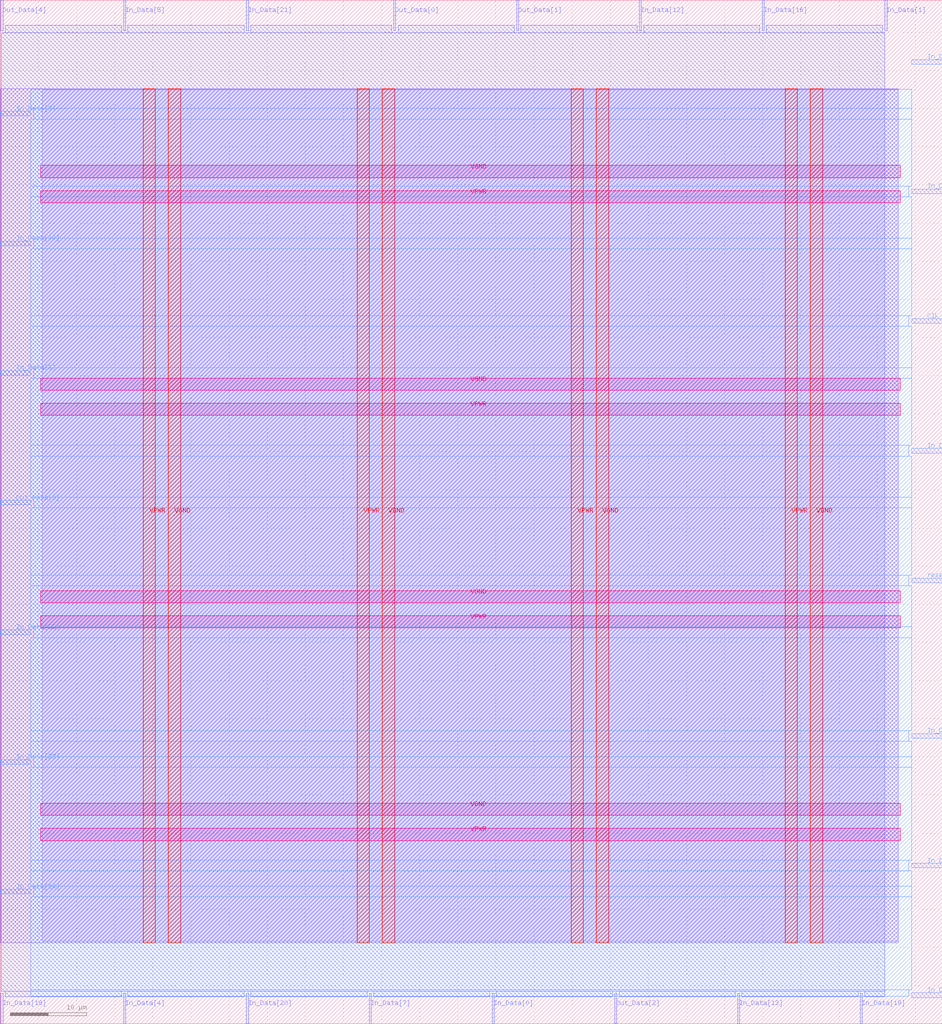
<source format=lef>
VERSION 5.7 ;
  NOWIREEXTENSIONATPIN ON ;
  DIVIDERCHAR "/" ;
  BUSBITCHARS "[]" ;
MACRO DSM
  CLASS BLOCK ;
  FOREIGN DSM ;
  ORIGIN 0.000 0.000 ;
  SIZE 123.530 BY 134.250 ;
  PIN Clk
    DIRECTION INPUT ;
    USE SIGNAL ;
    PORT
      LAYER met3 ;
        RECT 119.530 91.840 123.530 92.440 ;
    END
  END Clk
  PIN In_Data[0]
    DIRECTION INPUT ;
    USE SIGNAL ;
    PORT
      LAYER met2 ;
        RECT 64.490 0.000 64.770 4.000 ;
    END
  END In_Data[0]
  PIN In_Data[10]
    DIRECTION INPUT ;
    USE SIGNAL ;
    PORT
      LAYER met3 ;
        RECT 0.000 102.040 4.000 102.640 ;
    END
  END In_Data[10]
  PIN In_Data[11]
    DIRECTION INPUT ;
    USE SIGNAL ;
    PORT
      LAYER met3 ;
        RECT 119.530 74.840 123.530 75.440 ;
    END
  END In_Data[11]
  PIN In_Data[12]
    DIRECTION INPUT ;
    USE SIGNAL ;
    PORT
      LAYER met2 ;
        RECT 83.810 130.250 84.090 134.250 ;
    END
  END In_Data[12]
  PIN In_Data[13]
    DIRECTION INPUT ;
    USE SIGNAL ;
    PORT
      LAYER met2 ;
        RECT 96.690 0.000 96.970 4.000 ;
    END
  END In_Data[13]
  PIN In_Data[14]
    DIRECTION INPUT ;
    USE SIGNAL ;
    PORT
      LAYER met3 ;
        RECT 0.000 17.040 4.000 17.640 ;
    END
  END In_Data[14]
  PIN In_Data[15]
    DIRECTION INPUT ;
    USE SIGNAL ;
    PORT
      LAYER met3 ;
        RECT 119.530 125.840 123.530 126.440 ;
    END
  END In_Data[15]
  PIN In_Data[16]
    DIRECTION INPUT ;
    USE SIGNAL ;
    PORT
      LAYER met2 ;
        RECT 99.910 130.250 100.190 134.250 ;
    END
  END In_Data[16]
  PIN In_Data[17]
    DIRECTION INPUT ;
    USE SIGNAL ;
    PORT
      LAYER met3 ;
        RECT 119.530 37.440 123.530 38.040 ;
    END
  END In_Data[17]
  PIN In_Data[18]
    DIRECTION INPUT ;
    USE SIGNAL ;
    PORT
      LAYER met2 ;
        RECT 0.090 0.000 0.370 4.000 ;
    END
  END In_Data[18]
  PIN In_Data[19]
    DIRECTION INPUT ;
    USE SIGNAL ;
    PORT
      LAYER met2 ;
        RECT 112.790 0.000 113.070 4.000 ;
    END
  END In_Data[19]
  PIN In_Data[1]
    DIRECTION INPUT ;
    USE SIGNAL ;
    PORT
      LAYER met2 ;
        RECT 116.010 130.250 116.290 134.250 ;
    END
  END In_Data[1]
  PIN In_Data[20]
    DIRECTION INPUT ;
    USE SIGNAL ;
    PORT
      LAYER met2 ;
        RECT 32.290 0.000 32.570 4.000 ;
    END
  END In_Data[20]
  PIN In_Data[21]
    DIRECTION INPUT ;
    USE SIGNAL ;
    PORT
      LAYER met2 ;
        RECT 32.290 130.250 32.570 134.250 ;
    END
  END In_Data[21]
  PIN In_Data[22]
    DIRECTION INPUT ;
    USE SIGNAL ;
    PORT
      LAYER met3 ;
        RECT 0.000 51.040 4.000 51.640 ;
    END
  END In_Data[22]
  PIN In_Data[23]
    DIRECTION INPUT ;
    USE SIGNAL ;
    PORT
      LAYER met3 ;
        RECT 0.000 34.040 4.000 34.640 ;
    END
  END In_Data[23]
  PIN In_Data[2]
    DIRECTION INPUT ;
    USE SIGNAL ;
    PORT
      LAYER met3 ;
        RECT 119.530 3.440 123.530 4.040 ;
    END
  END In_Data[2]
  PIN In_Data[3]
    DIRECTION INPUT ;
    USE SIGNAL ;
    PORT
      LAYER met3 ;
        RECT 0.000 85.040 4.000 85.640 ;
    END
  END In_Data[3]
  PIN In_Data[4]
    DIRECTION INPUT ;
    USE SIGNAL ;
    PORT
      LAYER met2 ;
        RECT 16.190 0.000 16.470 4.000 ;
    END
  END In_Data[4]
  PIN In_Data[5]
    DIRECTION INPUT ;
    USE SIGNAL ;
    PORT
      LAYER met2 ;
        RECT 16.190 130.250 16.470 134.250 ;
    END
  END In_Data[5]
  PIN In_Data[6]
    DIRECTION INPUT ;
    USE SIGNAL ;
    PORT
      LAYER met3 ;
        RECT 119.530 20.440 123.530 21.040 ;
    END
  END In_Data[6]
  PIN In_Data[7]
    DIRECTION INPUT ;
    USE SIGNAL ;
    PORT
      LAYER met2 ;
        RECT 48.390 0.000 48.670 4.000 ;
    END
  END In_Data[7]
  PIN In_Data[8]
    DIRECTION INPUT ;
    USE SIGNAL ;
    PORT
      LAYER met3 ;
        RECT 0.000 119.040 4.000 119.640 ;
    END
  END In_Data[8]
  PIN In_Data[9]
    DIRECTION INPUT ;
    USE SIGNAL ;
    PORT
      LAYER met3 ;
        RECT 119.530 108.840 123.530 109.440 ;
    END
  END In_Data[9]
  PIN Out_Data[0]
    DIRECTION OUTPUT TRISTATE ;
    USE SIGNAL ;
    PORT
      LAYER met2 ;
        RECT 51.610 130.250 51.890 134.250 ;
    END
  END Out_Data[0]
  PIN Out_Data[1]
    DIRECTION OUTPUT TRISTATE ;
    USE SIGNAL ;
    PORT
      LAYER met2 ;
        RECT 67.710 130.250 67.990 134.250 ;
    END
  END Out_Data[1]
  PIN Out_Data[2]
    DIRECTION OUTPUT TRISTATE ;
    USE SIGNAL ;
    PORT
      LAYER met2 ;
        RECT 80.590 0.000 80.870 4.000 ;
    END
  END Out_Data[2]
  PIN Out_Data[3]
    DIRECTION OUTPUT TRISTATE ;
    USE SIGNAL ;
    PORT
      LAYER met3 ;
        RECT 0.000 68.040 4.000 68.640 ;
    END
  END Out_Data[3]
  PIN Out_Data[4]
    DIRECTION OUTPUT TRISTATE ;
    USE SIGNAL ;
    PORT
      LAYER met2 ;
        RECT 0.090 130.250 0.370 134.250 ;
    END
  END Out_Data[4]
  PIN VGND
    DIRECTION INOUT ;
    USE GROUND ;
    PORT
      LAYER met4 ;
        RECT 22.050 10.640 23.650 122.640 ;
    END
    PORT
      LAYER met4 ;
        RECT 50.110 10.640 51.710 122.640 ;
    END
    PORT
      LAYER met4 ;
        RECT 78.170 10.640 79.770 122.640 ;
    END
    PORT
      LAYER met4 ;
        RECT 106.230 10.640 107.830 122.640 ;
    END
    PORT
      LAYER met5 ;
        RECT 5.280 27.320 118.000 28.920 ;
    END
    PORT
      LAYER met5 ;
        RECT 5.280 55.200 118.000 56.800 ;
    END
    PORT
      LAYER met5 ;
        RECT 5.280 83.080 118.000 84.680 ;
    END
    PORT
      LAYER met5 ;
        RECT 5.280 110.960 118.000 112.560 ;
    END
  END VGND
  PIN VPWR
    DIRECTION INOUT ;
    USE POWER ;
    PORT
      LAYER met4 ;
        RECT 18.750 10.640 20.350 122.640 ;
    END
    PORT
      LAYER met4 ;
        RECT 46.810 10.640 48.410 122.640 ;
    END
    PORT
      LAYER met4 ;
        RECT 74.870 10.640 76.470 122.640 ;
    END
    PORT
      LAYER met4 ;
        RECT 102.930 10.640 104.530 122.640 ;
    END
    PORT
      LAYER met5 ;
        RECT 5.280 24.020 118.000 25.620 ;
    END
    PORT
      LAYER met5 ;
        RECT 5.280 51.900 118.000 53.500 ;
    END
    PORT
      LAYER met5 ;
        RECT 5.280 79.780 118.000 81.380 ;
    END
    PORT
      LAYER met5 ;
        RECT 5.280 107.660 118.000 109.260 ;
    END
  END VPWR
  PIN reset
    DIRECTION INPUT ;
    USE SIGNAL ;
    PORT
      LAYER met3 ;
        RECT 119.530 57.840 123.530 58.440 ;
    END
  END reset
  OBS
      LAYER li1 ;
        RECT 5.520 10.795 117.760 122.485 ;
      LAYER met1 ;
        RECT 0.070 10.640 117.760 122.640 ;
      LAYER met2 ;
        RECT 0.650 129.970 15.910 130.970 ;
        RECT 16.750 129.970 32.010 130.970 ;
        RECT 32.850 129.970 51.330 130.970 ;
        RECT 52.170 129.970 67.430 130.970 ;
        RECT 68.270 129.970 83.530 130.970 ;
        RECT 84.370 129.970 99.630 130.970 ;
        RECT 100.470 129.970 115.730 130.970 ;
        RECT 0.100 4.280 116.010 129.970 ;
        RECT 0.650 3.555 15.910 4.280 ;
        RECT 16.750 3.555 32.010 4.280 ;
        RECT 32.850 3.555 48.110 4.280 ;
        RECT 48.950 3.555 64.210 4.280 ;
        RECT 65.050 3.555 80.310 4.280 ;
        RECT 81.150 3.555 96.410 4.280 ;
        RECT 97.250 3.555 112.510 4.280 ;
        RECT 113.350 3.555 116.010 4.280 ;
      LAYER met3 ;
        RECT 4.000 120.040 119.530 122.565 ;
        RECT 4.400 118.640 119.530 120.040 ;
        RECT 4.000 109.840 119.530 118.640 ;
        RECT 4.000 108.440 119.130 109.840 ;
        RECT 4.000 103.040 119.530 108.440 ;
        RECT 4.400 101.640 119.530 103.040 ;
        RECT 4.000 92.840 119.530 101.640 ;
        RECT 4.000 91.440 119.130 92.840 ;
        RECT 4.000 86.040 119.530 91.440 ;
        RECT 4.400 84.640 119.530 86.040 ;
        RECT 4.000 75.840 119.530 84.640 ;
        RECT 4.000 74.440 119.130 75.840 ;
        RECT 4.000 69.040 119.530 74.440 ;
        RECT 4.400 67.640 119.530 69.040 ;
        RECT 4.000 58.840 119.530 67.640 ;
        RECT 4.000 57.440 119.130 58.840 ;
        RECT 4.000 52.040 119.530 57.440 ;
        RECT 4.400 50.640 119.530 52.040 ;
        RECT 4.000 38.440 119.530 50.640 ;
        RECT 4.000 37.040 119.130 38.440 ;
        RECT 4.000 35.040 119.530 37.040 ;
        RECT 4.400 33.640 119.530 35.040 ;
        RECT 4.000 21.440 119.530 33.640 ;
        RECT 4.000 20.040 119.130 21.440 ;
        RECT 4.000 18.040 119.530 20.040 ;
        RECT 4.400 16.640 119.530 18.040 ;
        RECT 4.000 4.440 119.530 16.640 ;
        RECT 4.000 3.575 119.130 4.440 ;
  END
END DSM
END LIBRARY


</source>
